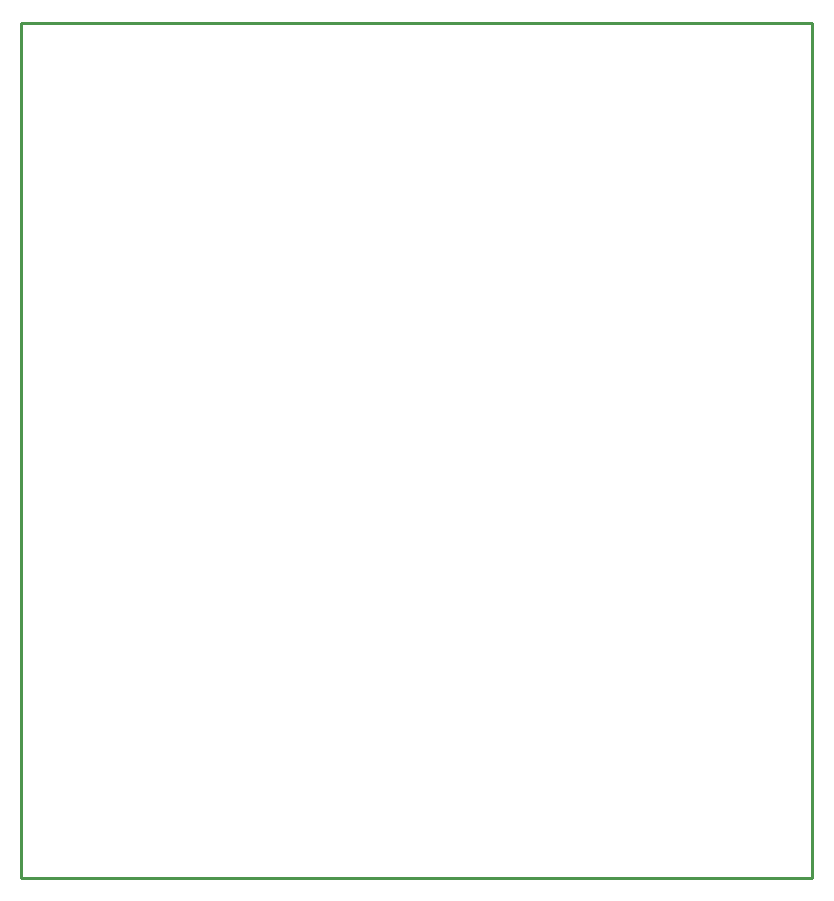
<source format=gbr>
G04 EAGLE Gerber RS-274X export*
G75*
%MOMM*%
%FSLAX34Y34*%
%LPD*%
%IN*%
%IPPOS*%
%AMOC8*
5,1,8,0,0,1.08239X$1,22.5*%
G01*
%ADD10C,0.254000*%


D10*
X19050Y63500D02*
X688850Y63500D01*
X688850Y787300D01*
X19050Y787300D01*
X19050Y63500D01*
M02*

</source>
